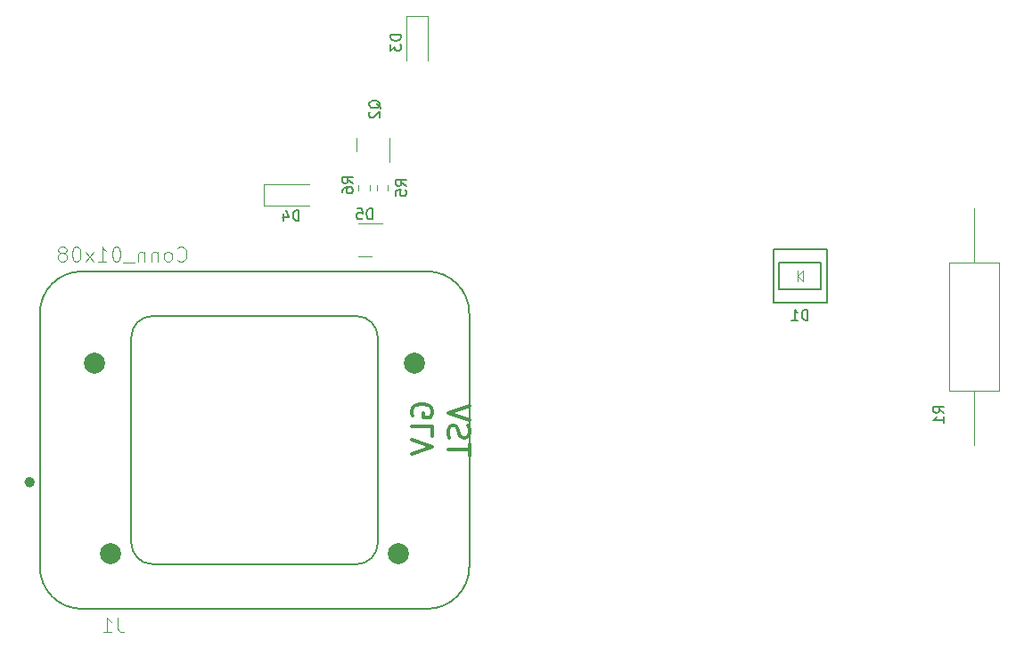
<source format=gbr>
%TF.GenerationSoftware,KiCad,Pcbnew,(6.0.7)*%
%TF.CreationDate,2022-11-04T12:53:21-04:00*%
%TF.ProjectId,pacman_side_2,7061636d-616e-45f7-9369-64655f322e6b,rev?*%
%TF.SameCoordinates,Original*%
%TF.FileFunction,Legend,Bot*%
%TF.FilePolarity,Positive*%
%FSLAX46Y46*%
G04 Gerber Fmt 4.6, Leading zero omitted, Abs format (unit mm)*
G04 Created by KiCad (PCBNEW (6.0.7)) date 2022-11-04 12:53:21*
%MOMM*%
%LPD*%
G01*
G04 APERTURE LIST*
%ADD10C,0.300000*%
%ADD11C,0.050000*%
%ADD12C,0.150000*%
%ADD13C,0.127000*%
%ADD14C,0.500000*%
%ADD15C,0.120000*%
%ADD16C,0.180000*%
%ADD17C,0.100000*%
%ADD18C,2.000000*%
G04 APERTURE END LIST*
D10*
X131748238Y-112621952D02*
X131748238Y-111479095D01*
X129748238Y-112050523D02*
X131748238Y-112050523D01*
X129843476Y-110907666D02*
X129748238Y-110621952D01*
X129748238Y-110145761D01*
X129843476Y-109955285D01*
X129938714Y-109860047D01*
X130129190Y-109764809D01*
X130319666Y-109764809D01*
X130510142Y-109860047D01*
X130605380Y-109955285D01*
X130700619Y-110145761D01*
X130795857Y-110526714D01*
X130891095Y-110717190D01*
X130986333Y-110812428D01*
X131176809Y-110907666D01*
X131367285Y-110907666D01*
X131557761Y-110812428D01*
X131653000Y-110717190D01*
X131748238Y-110526714D01*
X131748238Y-110050523D01*
X131653000Y-109764809D01*
X131748238Y-109193380D02*
X129748238Y-108526714D01*
X131748238Y-107860047D01*
X126351000Y-108844142D02*
X126255761Y-108653666D01*
X126255761Y-108367952D01*
X126351000Y-108082238D01*
X126541476Y-107891761D01*
X126731952Y-107796523D01*
X127112904Y-107701285D01*
X127398619Y-107701285D01*
X127779571Y-107796523D01*
X127970047Y-107891761D01*
X128160523Y-108082238D01*
X128255761Y-108367952D01*
X128255761Y-108558428D01*
X128160523Y-108844142D01*
X128065285Y-108939380D01*
X127398619Y-108939380D01*
X127398619Y-108558428D01*
X128255761Y-110748904D02*
X128255761Y-109796523D01*
X126255761Y-109796523D01*
X126255761Y-111129857D02*
X128255761Y-111796523D01*
X126255761Y-112463190D01*
D11*
%TO.C,J1*%
X98364813Y-128011328D02*
X98364813Y-129011856D01*
X98431515Y-129211962D01*
X98564919Y-129345366D01*
X98765024Y-129412068D01*
X98898428Y-129412068D01*
X96964073Y-129412068D02*
X97764496Y-129412068D01*
X97364284Y-129412068D02*
X97364284Y-128011328D01*
X97497688Y-128211433D01*
X97631092Y-128344837D01*
X97764496Y-128411539D01*
X104022134Y-94006853D02*
X104088847Y-94073567D01*
X104288989Y-94140281D01*
X104422416Y-94140281D01*
X104622558Y-94073567D01*
X104755985Y-93940139D01*
X104822699Y-93806712D01*
X104889413Y-93539856D01*
X104889413Y-93339715D01*
X104822699Y-93072860D01*
X104755985Y-92939432D01*
X104622558Y-92806005D01*
X104422416Y-92739291D01*
X104288989Y-92739291D01*
X104088847Y-92806005D01*
X104022134Y-92872718D01*
X103221568Y-94140281D02*
X103354995Y-94073567D01*
X103421709Y-94006853D01*
X103488423Y-93873425D01*
X103488423Y-93473143D01*
X103421709Y-93339715D01*
X103354995Y-93273001D01*
X103221568Y-93206287D01*
X103021426Y-93206287D01*
X102887999Y-93273001D01*
X102821285Y-93339715D01*
X102754571Y-93473143D01*
X102754571Y-93873425D01*
X102821285Y-94006853D01*
X102887999Y-94073567D01*
X103021426Y-94140281D01*
X103221568Y-94140281D01*
X102154147Y-93206287D02*
X102154147Y-94140281D01*
X102154147Y-93339715D02*
X102087433Y-93273001D01*
X101954005Y-93206287D01*
X101753864Y-93206287D01*
X101620436Y-93273001D01*
X101553723Y-93406429D01*
X101553723Y-94140281D01*
X100886585Y-93206287D02*
X100886585Y-94140281D01*
X100886585Y-93339715D02*
X100819871Y-93273001D01*
X100686443Y-93206287D01*
X100486302Y-93206287D01*
X100352874Y-93273001D01*
X100286160Y-93406429D01*
X100286160Y-94140281D01*
X99952591Y-94273708D02*
X98885170Y-94273708D01*
X98284746Y-92739291D02*
X98151318Y-92739291D01*
X98017891Y-92806005D01*
X97951177Y-92872718D01*
X97884463Y-93006146D01*
X97817749Y-93273001D01*
X97817749Y-93606570D01*
X97884463Y-93873425D01*
X97951177Y-94006853D01*
X98017891Y-94073567D01*
X98151318Y-94140281D01*
X98284746Y-94140281D01*
X98418174Y-94073567D01*
X98484887Y-94006853D01*
X98551601Y-93873425D01*
X98618315Y-93606570D01*
X98618315Y-93273001D01*
X98551601Y-93006146D01*
X98484887Y-92872718D01*
X98418174Y-92806005D01*
X98284746Y-92739291D01*
X96483473Y-94140281D02*
X97284039Y-94140281D01*
X96883756Y-94140281D02*
X96883756Y-92739291D01*
X97017184Y-92939432D01*
X97150611Y-93072860D01*
X97284039Y-93139574D01*
X96016476Y-94140281D02*
X95282625Y-93206287D01*
X96016476Y-93206287D02*
X95282625Y-94140281D01*
X94482059Y-92739291D02*
X94348631Y-92739291D01*
X94215204Y-92806005D01*
X94148490Y-92872718D01*
X94081776Y-93006146D01*
X94015062Y-93273001D01*
X94015062Y-93606570D01*
X94081776Y-93873425D01*
X94148490Y-94006853D01*
X94215204Y-94073567D01*
X94348631Y-94140281D01*
X94482059Y-94140281D01*
X94615486Y-94073567D01*
X94682200Y-94006853D01*
X94748914Y-93873425D01*
X94815628Y-93606570D01*
X94815628Y-93273001D01*
X94748914Y-93006146D01*
X94682200Y-92872718D01*
X94615486Y-92806005D01*
X94482059Y-92739291D01*
X93214496Y-93339715D02*
X93347924Y-93273001D01*
X93414638Y-93206287D01*
X93481352Y-93072860D01*
X93481352Y-93006146D01*
X93414638Y-92872718D01*
X93347924Y-92806005D01*
X93214496Y-92739291D01*
X92947641Y-92739291D01*
X92814214Y-92806005D01*
X92747500Y-92872718D01*
X92680786Y-93006146D01*
X92680786Y-93072860D01*
X92747500Y-93206287D01*
X92814214Y-93273001D01*
X92947641Y-93339715D01*
X93214496Y-93339715D01*
X93347924Y-93406429D01*
X93414638Y-93473143D01*
X93481352Y-93606570D01*
X93481352Y-93873425D01*
X93414638Y-94006853D01*
X93347924Y-94073567D01*
X93214496Y-94140281D01*
X92947641Y-94140281D01*
X92814214Y-94073567D01*
X92747500Y-94006853D01*
X92680786Y-93873425D01*
X92680786Y-93606570D01*
X92747500Y-93473143D01*
X92814214Y-93406429D01*
X92947641Y-93339715D01*
D12*
%TO.C,Q2*%
X123326619Y-79573071D02*
X123279000Y-79477833D01*
X123183761Y-79382595D01*
X123040904Y-79239738D01*
X122993285Y-79144500D01*
X122993285Y-79049262D01*
X123231380Y-79096881D02*
X123183761Y-79001643D01*
X123088523Y-78906405D01*
X122898047Y-78858786D01*
X122564714Y-78858786D01*
X122374238Y-78906405D01*
X122279000Y-79001643D01*
X122231380Y-79096881D01*
X122231380Y-79287357D01*
X122279000Y-79382595D01*
X122374238Y-79477833D01*
X122564714Y-79525452D01*
X122898047Y-79525452D01*
X123088523Y-79477833D01*
X123183761Y-79382595D01*
X123231380Y-79287357D01*
X123231380Y-79096881D01*
X122326619Y-79906405D02*
X122279000Y-79954024D01*
X122231380Y-80049262D01*
X122231380Y-80287357D01*
X122279000Y-80382595D01*
X122326619Y-80430214D01*
X122421857Y-80477833D01*
X122517095Y-80477833D01*
X122659952Y-80430214D01*
X123231380Y-79858786D01*
X123231380Y-80477833D01*
%TO.C,D3*%
X125267380Y-72572904D02*
X124267380Y-72572904D01*
X124267380Y-72811000D01*
X124315000Y-72953857D01*
X124410238Y-73049095D01*
X124505476Y-73096714D01*
X124695952Y-73144333D01*
X124838809Y-73144333D01*
X125029285Y-73096714D01*
X125124523Y-73049095D01*
X125219761Y-72953857D01*
X125267380Y-72811000D01*
X125267380Y-72572904D01*
X124267380Y-73477666D02*
X124267380Y-74096714D01*
X124648333Y-73763380D01*
X124648333Y-73906238D01*
X124695952Y-74001476D01*
X124743571Y-74049095D01*
X124838809Y-74096714D01*
X125076904Y-74096714D01*
X125172142Y-74049095D01*
X125219761Y-74001476D01*
X125267380Y-73906238D01*
X125267380Y-73620523D01*
X125219761Y-73525285D01*
X125172142Y-73477666D01*
%TO.C,D1*%
X163903095Y-99711380D02*
X163903095Y-98711380D01*
X163665000Y-98711380D01*
X163522142Y-98759000D01*
X163426904Y-98854238D01*
X163379285Y-98949476D01*
X163331666Y-99139952D01*
X163331666Y-99282809D01*
X163379285Y-99473285D01*
X163426904Y-99568523D01*
X163522142Y-99663761D01*
X163665000Y-99711380D01*
X163903095Y-99711380D01*
X162379285Y-99711380D02*
X162950714Y-99711380D01*
X162665000Y-99711380D02*
X162665000Y-98711380D01*
X162760238Y-98854238D01*
X162855476Y-98949476D01*
X162950714Y-98997095D01*
%TO.C,R5*%
X125771380Y-86960333D02*
X125295190Y-86627000D01*
X125771380Y-86388904D02*
X124771380Y-86388904D01*
X124771380Y-86769857D01*
X124819000Y-86865095D01*
X124866619Y-86912714D01*
X124961857Y-86960333D01*
X125104714Y-86960333D01*
X125199952Y-86912714D01*
X125247571Y-86865095D01*
X125295190Y-86769857D01*
X125295190Y-86388904D01*
X124771380Y-87865095D02*
X124771380Y-87388904D01*
X125247571Y-87341285D01*
X125199952Y-87388904D01*
X125152333Y-87484142D01*
X125152333Y-87722238D01*
X125199952Y-87817476D01*
X125247571Y-87865095D01*
X125342809Y-87912714D01*
X125580904Y-87912714D01*
X125676142Y-87865095D01*
X125723761Y-87817476D01*
X125771380Y-87722238D01*
X125771380Y-87484142D01*
X125723761Y-87388904D01*
X125676142Y-87341285D01*
%TO.C,D4*%
X115553095Y-90263380D02*
X115553095Y-89263380D01*
X115315000Y-89263380D01*
X115172142Y-89311000D01*
X115076904Y-89406238D01*
X115029285Y-89501476D01*
X114981666Y-89691952D01*
X114981666Y-89834809D01*
X115029285Y-90025285D01*
X115076904Y-90120523D01*
X115172142Y-90215761D01*
X115315000Y-90263380D01*
X115553095Y-90263380D01*
X114124523Y-89596714D02*
X114124523Y-90263380D01*
X114362619Y-89215761D02*
X114600714Y-89930047D01*
X113981666Y-89930047D01*
%TO.C,D5*%
X122553095Y-90113380D02*
X122553095Y-89113380D01*
X122315000Y-89113380D01*
X122172142Y-89161000D01*
X122076904Y-89256238D01*
X122029285Y-89351476D01*
X121981666Y-89541952D01*
X121981666Y-89684809D01*
X122029285Y-89875285D01*
X122076904Y-89970523D01*
X122172142Y-90065761D01*
X122315000Y-90113380D01*
X122553095Y-90113380D01*
X121076904Y-89113380D02*
X121553095Y-89113380D01*
X121600714Y-89589571D01*
X121553095Y-89541952D01*
X121457857Y-89494333D01*
X121219761Y-89494333D01*
X121124523Y-89541952D01*
X121076904Y-89589571D01*
X121029285Y-89684809D01*
X121029285Y-89922904D01*
X121076904Y-90018142D01*
X121124523Y-90065761D01*
X121219761Y-90113380D01*
X121457857Y-90113380D01*
X121553095Y-90065761D01*
X121600714Y-90018142D01*
%TO.C,R1*%
X176855380Y-108545333D02*
X176379190Y-108212000D01*
X176855380Y-107973904D02*
X175855380Y-107973904D01*
X175855380Y-108354857D01*
X175903000Y-108450095D01*
X175950619Y-108497714D01*
X176045857Y-108545333D01*
X176188714Y-108545333D01*
X176283952Y-108497714D01*
X176331571Y-108450095D01*
X176379190Y-108354857D01*
X176379190Y-107973904D01*
X176855380Y-109497714D02*
X176855380Y-108926285D01*
X176855380Y-109212000D02*
X175855380Y-109212000D01*
X175998238Y-109116761D01*
X176093476Y-109021523D01*
X176141095Y-108926285D01*
%TO.C,R6*%
X120691380Y-86706333D02*
X120215190Y-86373000D01*
X120691380Y-86134904D02*
X119691380Y-86134904D01*
X119691380Y-86515857D01*
X119739000Y-86611095D01*
X119786619Y-86658714D01*
X119881857Y-86706333D01*
X120024714Y-86706333D01*
X120119952Y-86658714D01*
X120167571Y-86611095D01*
X120215190Y-86515857D01*
X120215190Y-86134904D01*
X119691380Y-87563476D02*
X119691380Y-87373000D01*
X119739000Y-87277761D01*
X119786619Y-87230142D01*
X119929476Y-87134904D01*
X120119952Y-87087285D01*
X120500904Y-87087285D01*
X120596142Y-87134904D01*
X120643761Y-87182523D01*
X120691380Y-87277761D01*
X120691380Y-87468238D01*
X120643761Y-87563476D01*
X120596142Y-87611095D01*
X120500904Y-87658714D01*
X120262809Y-87658714D01*
X120167571Y-87611095D01*
X120119952Y-87563476D01*
X120072333Y-87468238D01*
X120072333Y-87277761D01*
X120119952Y-87182523D01*
X120167571Y-87134904D01*
X120262809Y-87087285D01*
D13*
%TO.C,J1*%
X101649000Y-122930000D02*
X121049000Y-122930000D01*
X131749000Y-99080000D02*
X131749000Y-123180000D01*
X127749000Y-127180000D02*
X94949000Y-127180000D01*
X94949000Y-95080000D02*
X127749000Y-95080000D01*
X121049000Y-99330000D02*
X101649000Y-99330000D01*
X99649000Y-101330000D02*
X99649000Y-120930000D01*
X90949000Y-123180000D02*
X90949000Y-99080000D01*
X123049000Y-120930000D02*
X123049000Y-101330000D01*
X99649000Y-120930000D02*
G75*
G03*
X101649000Y-122930000I1999999J-1D01*
G01*
X131749000Y-99080000D02*
G75*
G03*
X127749000Y-95080000I-4000000J0D01*
G01*
X101649000Y-99330000D02*
G75*
G03*
X99649000Y-101330000I-1J-1999999D01*
G01*
X127749000Y-127180000D02*
G75*
G03*
X131749000Y-123180000I0J4000000D01*
G01*
X123049000Y-101330000D02*
G75*
G03*
X121049000Y-99330000I-2000000J0D01*
G01*
X90949000Y-123180000D02*
G75*
G03*
X94949000Y-127180000I4000000J0D01*
G01*
X121049000Y-122930000D02*
G75*
G03*
X123049000Y-120930000I0J2000000D01*
G01*
X94949000Y-95080000D02*
G75*
G03*
X90949000Y-99080000I0J-4000000D01*
G01*
D14*
X90234000Y-115130000D02*
G75*
G03*
X90234000Y-115130000I-250000J0D01*
G01*
D15*
%TO.C,Q2*%
X124125000Y-83018810D02*
X124125000Y-84693810D01*
X124125000Y-83018810D02*
X124125000Y-82368810D01*
X121005000Y-83018810D02*
X121005000Y-83668810D01*
X121005000Y-83018810D02*
X121005000Y-82368810D01*
%TO.C,D3*%
X127815000Y-70761000D02*
X127815000Y-75061000D01*
X125815000Y-75061000D02*
X125815000Y-70761000D01*
X125815000Y-70761000D02*
X127815000Y-70761000D01*
D16*
%TO.C,D1*%
X160625000Y-92969000D02*
X160625000Y-98049000D01*
X160625000Y-98049000D02*
X165705000Y-98049000D01*
X161165000Y-96759000D02*
X165165000Y-96759000D01*
X165165000Y-96759000D02*
X165165000Y-94259000D01*
X165165000Y-94259000D02*
X161165000Y-94259000D01*
D17*
X162915000Y-95509000D02*
X163415000Y-96009000D01*
D16*
X161165000Y-94259000D02*
X161165000Y-96759000D01*
D17*
X162915000Y-96009000D02*
X162915000Y-95009000D01*
D16*
X165705000Y-92969000D02*
X160625000Y-92969000D01*
D17*
X163415000Y-96009000D02*
X163415000Y-95009000D01*
X163415000Y-95009000D02*
X162915000Y-95509000D01*
D16*
X165705000Y-98049000D02*
X165705000Y-92969000D01*
D15*
%TO.C,R5*%
X122990500Y-86889742D02*
X122990500Y-87364258D01*
X124035500Y-86889742D02*
X124035500Y-87364258D01*
%TO.C,D4*%
X112265000Y-88811000D02*
X112265000Y-86811000D01*
X116565000Y-88811000D02*
X112265000Y-88811000D01*
X112265000Y-86811000D02*
X116565000Y-86811000D01*
%TO.C,D5*%
X121815000Y-90501000D02*
X123490000Y-90501000D01*
X121815000Y-93621000D02*
X121165000Y-93621000D01*
X121815000Y-90501000D02*
X121165000Y-90501000D01*
X121815000Y-93621000D02*
X122465000Y-93621000D01*
%TO.C,R1*%
X177335000Y-94260000D02*
X182075000Y-94260000D01*
X182075000Y-106400000D02*
X177335000Y-106400000D01*
X179705000Y-111590000D02*
X179705000Y-106400000D01*
X182075000Y-94260000D02*
X182075000Y-106400000D01*
X177335000Y-106400000D02*
X177335000Y-94260000D01*
X179705000Y-89070000D02*
X179705000Y-94260000D01*
%TO.C,R6*%
X121240500Y-86889742D02*
X121240500Y-87364258D01*
X122285500Y-86889742D02*
X122285500Y-87364258D01*
%TD*%
D18*
%TO.C,J1*%
X97649000Y-121930000D03*
X125049000Y-121930000D03*
X126549000Y-103830000D03*
X96149000Y-103830000D03*
%TD*%
M02*

</source>
